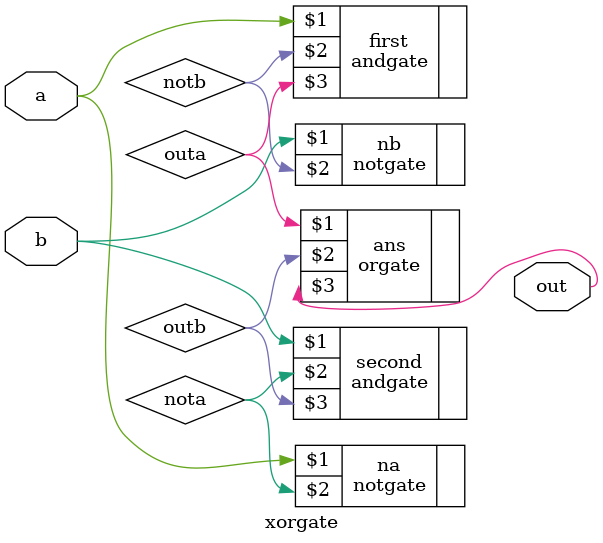
<source format=v>
module xorgate(
    a,b,out
);
    input a,b;
    output out;
    notgate na(a,nota);
    notgate nb(b,notb);
    andgate first(a,notb,outa);
    andgate second(b,nota,outb);
    orgate ans(outa,outb,out);
endmodule
</source>
